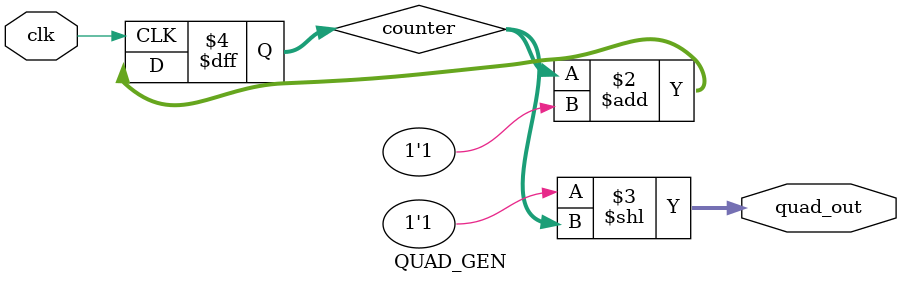
<source format=v>

module QUAD_GEN( input        clk,
                 output [3:0] quad_out );


    // Binary counter, 2 bits wide
    reg [1:0] counter;
    always @(posedge clk) counter <= counter + 1'b1;
    // 2-4 demultiplexer
    assign quad_out = (1'b1 << counter);

endmodule
</source>
